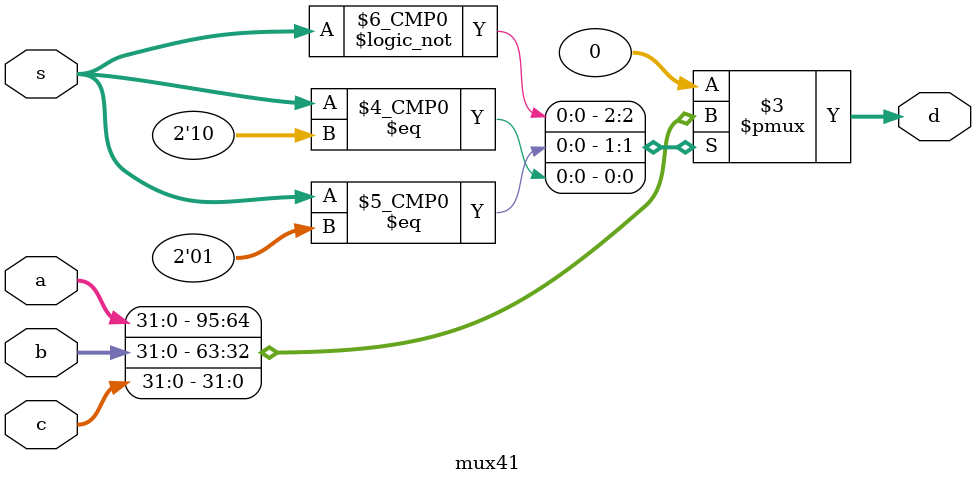
<source format=v>
module mux41(a,b,c,d,s);
input [31:0] a;
input [31:0] b;
input [31:0] c;
input [1:0] s;
output reg[31:0] d;

always @(a or b or c or s or d)begin
	case(s)
		2'b00:begin 
			d=a;
		end
		2'b01:begin
			d=b;
		end
		2'b10:begin
			d=c;
		end
		default:begin
			d=32'b0;
		end

	endcase
end
endmodule
	
</source>
